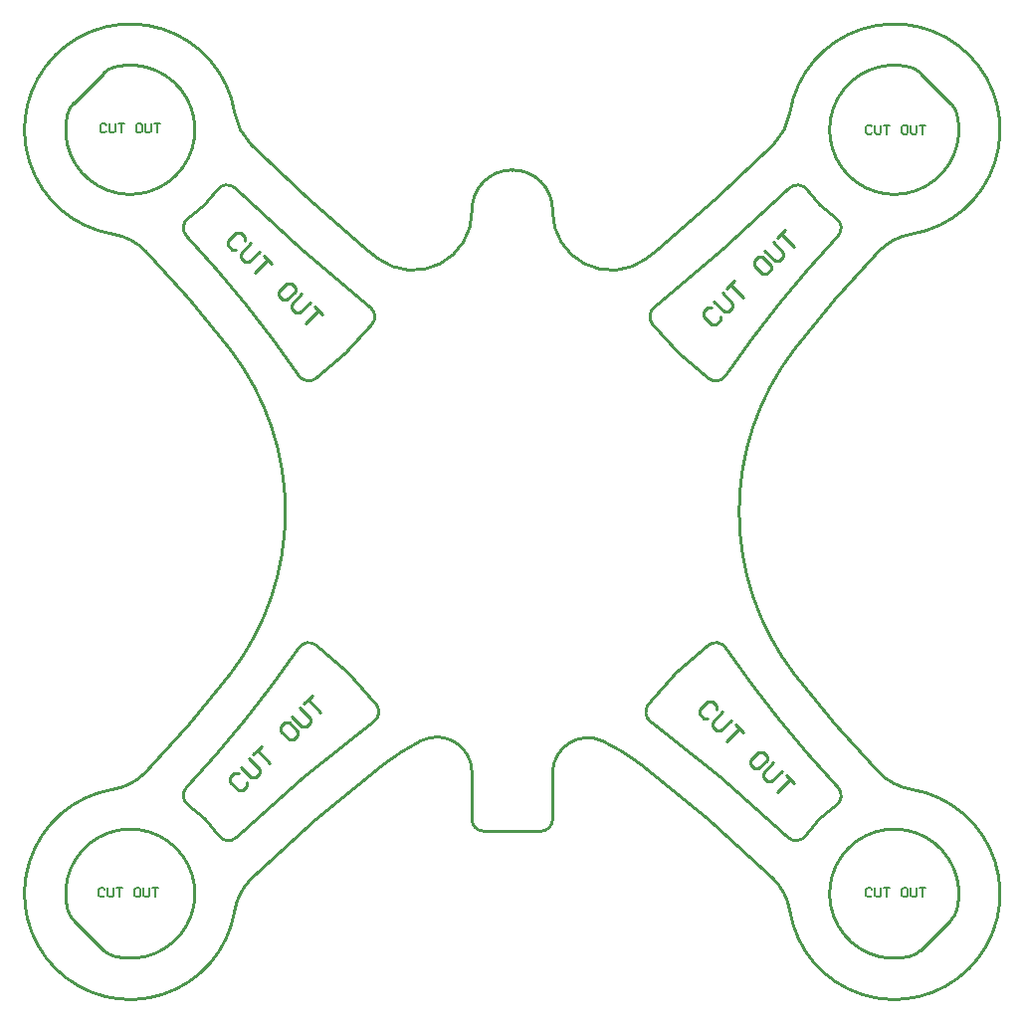
<source format=gko>
G04 Layer_Color=16711935*
%FSAX25Y25*%
%MOIN*%
G70*
G01*
G75*
%ADD53C,0.01000*%
%ADD96C,0.00800*%
D53*
X0356696Y0256748D02*
G03*
X0310667Y0217934I0307792J-0411709D01*
G01*
X0293890Y0234663D02*
G03*
X0331523Y0281429I-0294725J0275700D01*
G01*
X0357473Y0262389D02*
G03*
X0337210Y0282366I-0082425J-0063342D01*
G01*
X0495333Y0217934D02*
G03*
X0449304Y0256748I-0353821J-0372895D01*
G01*
X0468790Y0282366D02*
G03*
X0448527Y0262389I0062162J-0083318D01*
G01*
X0474476Y0281429D02*
G03*
X0512110Y0234663I0332359J0228934D01*
G01*
X0331523Y0372571D02*
G03*
X0293890Y0419337I-0332359J-0228934D01*
G01*
X0310232Y0435375D02*
G03*
X0355461Y0395429I0490888J0510218D01*
G01*
X0337210Y0371634D02*
G03*
X0356060Y0389814I-0062162J0083318D01*
G01*
X0359937Y0242396D02*
G03*
X0315719Y0204209I0304551J-0397356D01*
G01*
X0490281D02*
G03*
X0446063Y0242396I-0348770J-0359170D01*
G01*
X0497485Y0272614D02*
G03*
X0525757Y0239776I0309350J0237749D01*
G01*
Y0414224D02*
G03*
X0497485Y0381386I0281078J-0270587D01*
G01*
X0451769Y0414796D02*
G03*
X0490336Y0449823I-0446890J0530797D01*
G01*
X0315664D02*
G03*
X0354231Y0414796I0485457J0495770D01*
G01*
X0308515Y0381386D02*
G03*
X0280243Y0414224I-0309350J-0237749D01*
G01*
Y0239776D02*
G03*
X0308515Y0272614I-0281078J0270587D01*
G01*
X0450539Y0395429D02*
G03*
X0495768Y0435375I-0445660J0550164D01*
G01*
X0512110Y0419337D02*
G03*
X0474476Y0372571I0294725J-0275700D01*
G01*
X0449940Y0389814D02*
G03*
X0468790Y0371634I0081013J0065139D01*
G01*
X0536190Y0475963D02*
G03*
X0551963Y0460190I-0005237J-0021011D01*
G01*
D02*
G03*
X0549891Y0463854I-0007640J-0001905D01*
G01*
X0539853Y0473891D02*
G03*
X0536190Y0475963I-0005568J-0005568D01*
G01*
X0549891Y0190147D02*
G03*
X0551963Y0193810I-0005568J0005568D01*
G01*
D02*
G03*
X0536190Y0178037I-0021011J0005237D01*
G01*
D02*
G03*
X0539853Y0180109I-0001905J0007640D01*
G01*
X0450539Y0395429D02*
G03*
X0449940Y0389814I0002518J-0003108D01*
G01*
X0468790Y0371634D02*
G03*
X0474476Y0372571I0002392J0003206D01*
G01*
X0512110Y0419337D02*
G03*
X0511397Y0425405I-0002921J0002733D01*
G01*
X0501829Y0434771D02*
G03*
X0511397Y0425405I0029124J0020181D01*
G01*
X0501829Y0434771D02*
G03*
X0495768Y0435375I-0003288J-0002278D01*
G01*
X0269271Y0234006D02*
G03*
X0310009Y0193287I0005777J-0034959D01*
G01*
X0269271Y0234006D02*
G03*
X0280243Y0239776I-0003209J0019422D01*
G01*
X0308515Y0272614D02*
G03*
X0308515Y0381386I-0070765J0054386D01*
G01*
X0280243Y0414224D02*
G03*
X0269271Y0419994I-0014182J-0013652D01*
G01*
X0310012Y0460697D02*
G03*
X0269271Y0419994I-0034964J-0005744D01*
G01*
X0310012Y0460697D02*
G03*
X0315664Y0449823I0019425J0003191D01*
G01*
X0354231Y0414796D02*
G03*
X0358158Y0411706I0048769J0057926D01*
G01*
D02*
G03*
X0389500Y0427568I0011657J0015862D01*
G01*
X0402900Y0441488D02*
G03*
X0389500Y0428088I0000000J-0013400D01*
G01*
X0416500D02*
G03*
X0403100Y0441488I-0013400J0000000D01*
G01*
X0416500Y0427568D02*
G03*
X0447842Y0411706I0019685J0000000D01*
G01*
D02*
G03*
X0451769Y0414796I-0044842J0061017D01*
G01*
X0490336Y0449823D02*
G03*
X0495988Y0460697I-0013772J0014065D01*
G01*
X0536729Y0419994D02*
G03*
X0495988Y0460697I-0005777J0034959D01*
G01*
X0536729Y0419994D02*
G03*
X0525757Y0414224I0003209J-0019422D01*
G01*
X0497485Y0381386D02*
G03*
X0497485Y0272614I0070765J-0054386D01*
G01*
X0525757Y0239776D02*
G03*
X0536729Y0234006I0014182J0013652D01*
G01*
X0495991Y0193287D02*
G03*
X0536729Y0234006I0034962J0005760D01*
G01*
X0495991Y0193287D02*
G03*
X0490281Y0204209I-0019423J-0003200D01*
G01*
X0446063Y0242396D02*
G03*
X0433380Y0250150I-0043063J-0056185D01*
G01*
X0433380D02*
G03*
X0416500Y0239482I-0005069J-0010668D01*
G01*
X0412563Y0220000D02*
G03*
X0416500Y0223937I0000000J0003937D01*
G01*
X0389500D02*
G03*
X0393437Y0220000I0003937J0000000D01*
G01*
X0389500Y0239719D02*
G03*
X0372278Y0250217I-0011811J0000000D01*
G01*
D02*
G03*
X0359937Y0242396I0037650J-0073046D01*
G01*
X0315719Y0204209D02*
G03*
X0310009Y0193287I0013713J-0014122D01*
G01*
X0331523Y0372571D02*
G03*
X0337210Y0371634I0003294J0002269D01*
G01*
X0356060Y0389814D02*
G03*
X0355461Y0395429I-0003117J0002506D01*
G01*
X0310232Y0435375D02*
G03*
X0304171Y0434771I-0002773J-0002882D01*
G01*
X0294603Y0425405D02*
G03*
X0304171Y0434771I-0019556J0029548D01*
G01*
X0294603Y0425405D02*
G03*
X0293890Y0419337I0002208J-0003336D01*
G01*
X0511397Y0228595D02*
G03*
X0501420Y0218626I0019556J-0029548D01*
G01*
X0511397Y0228595D02*
G03*
X0512110Y0234663I-0002208J0003336D01*
G01*
X0474476Y0281429D02*
G03*
X0468790Y0282366I-0003294J-0002269D01*
G01*
X0448527Y0262389D02*
G03*
X0449304Y0256748I0003172J-0002437D01*
G01*
X0495333Y0217934D02*
G03*
X0501420Y0218626I0002753J0002902D01*
G01*
X0356696Y0256748D02*
G03*
X0357473Y0262389I-0002395J0003204D01*
G01*
X0337210Y0282366D02*
G03*
X0331523Y0281429I-0002392J-0003206D01*
G01*
X0293890Y0234663D02*
G03*
X0294603Y0228595I0002921J-0002733D01*
G01*
X0304580Y0218626D02*
G03*
X0294603Y0228595I-0029533J-0019579D01*
G01*
X0304580Y0218626D02*
G03*
X0310667Y0217934I0003334J0002210D01*
G01*
X0269810Y0178037D02*
G03*
X0254037Y0193810I0005237J0021011D01*
G01*
D02*
G03*
X0256109Y0190147I0007640J0001905D01*
G01*
X0266146Y0180109D02*
G03*
X0269810Y0178037I0005568J0005568D01*
G01*
X0256109Y0463854D02*
G03*
X0254037Y0460190I0005568J-0005568D01*
G01*
D02*
G03*
X0269810Y0475963I0021011J-0005237D01*
G01*
D02*
G03*
X0266146Y0473891I0001905J-0007640D01*
G01*
X0539853D02*
X0549891Y0463854D01*
X0539853Y0180109D02*
X0549891Y0190147D01*
X0389500Y0427568D02*
Y0428088D01*
X0402900Y0441488D02*
X0403100D01*
X0416500Y0427568D02*
Y0428088D01*
Y0223937D02*
Y0239482D01*
X0393437Y0220000D02*
X0412563D01*
X0389500Y0223937D02*
Y0239719D01*
X0256109Y0190147D02*
X0266146Y0180109D01*
X0256109Y0463854D02*
X0266146Y0473891D01*
X0469793Y0395362D02*
X0468379D01*
X0466966Y0393948D01*
Y0392534D01*
X0469793Y0389707D01*
X0471207D01*
X0472621Y0391121D01*
Y0392534D01*
X0470500Y0397482D02*
X0474034Y0393948D01*
X0475448D01*
X0476862Y0395362D01*
Y0396776D01*
X0473327Y0400310D01*
X0474741Y0401724D02*
X0477569Y0404551D01*
X0476155Y0403138D01*
X0480396Y0398896D01*
X0485344Y0412327D02*
X0483931Y0410913D01*
Y0409500D01*
X0486758Y0406672D01*
X0488172D01*
X0489586Y0408086D01*
Y0409500D01*
X0486758Y0412327D01*
X0485344D01*
X0487465Y0414448D02*
X0491000Y0410913D01*
X0492413D01*
X0493827Y0412327D01*
Y0413741D01*
X0490293Y0417275D01*
X0491706Y0418689D02*
X0494534Y0421516D01*
X0493120Y0420103D01*
X0497361Y0415861D01*
X0313362Y0417707D02*
Y0419121D01*
X0311948Y0420534D01*
X0310534D01*
X0307707Y0417707D01*
Y0416293D01*
X0309121Y0414879D01*
X0310534D01*
X0315482Y0417000D02*
X0311948Y0413466D01*
Y0412052D01*
X0313362Y0410638D01*
X0314776D01*
X0318310Y0414173D01*
X0319724Y0412759D02*
X0322551Y0409931D01*
X0321138Y0411345D01*
X0316896Y0407104D01*
X0330327Y0402156D02*
X0328913Y0403569D01*
X0327500D01*
X0324672Y0400742D01*
Y0399328D01*
X0326086Y0397914D01*
X0327500D01*
X0330327Y0400742D01*
Y0402156D01*
X0332448Y0400035D02*
X0328913Y0396500D01*
Y0395087D01*
X0330327Y0393673D01*
X0331741D01*
X0335275Y0397207D01*
X0336689Y0395794D02*
X0339516Y0392966D01*
X0338103Y0394380D01*
X0333861Y0390139D01*
X0471362Y0260707D02*
Y0262121D01*
X0469948Y0263534D01*
X0468534D01*
X0465707Y0260707D01*
Y0259293D01*
X0467121Y0257879D01*
X0468534D01*
X0473483Y0260000D02*
X0469948Y0256466D01*
Y0255052D01*
X0471362Y0253638D01*
X0472776D01*
X0476310Y0257172D01*
X0477724Y0255759D02*
X0480551Y0252931D01*
X0479138Y0254345D01*
X0474896Y0250104D01*
X0488327Y0245156D02*
X0486913Y0246569D01*
X0485499D01*
X0482672Y0243742D01*
Y0242328D01*
X0484086Y0240914D01*
X0485499D01*
X0488327Y0243742D01*
Y0245156D01*
X0490448Y0243035D02*
X0486913Y0239500D01*
Y0238087D01*
X0488327Y0236673D01*
X0489741D01*
X0493275Y0240207D01*
X0494689Y0238794D02*
X0497516Y0235966D01*
X0496103Y0237380D01*
X0491861Y0233139D01*
X0311293Y0239362D02*
X0309879D01*
X0308466Y0237948D01*
Y0236534D01*
X0311293Y0233707D01*
X0312707D01*
X0314121Y0235121D01*
Y0236534D01*
X0312000Y0241482D02*
X0315534Y0237948D01*
X0316948D01*
X0318362Y0239362D01*
Y0240776D01*
X0314827Y0244310D01*
X0316241Y0245724D02*
X0319069Y0248551D01*
X0317655Y0247138D01*
X0321896Y0242896D01*
X0326844Y0256327D02*
X0325431Y0254913D01*
Y0253500D01*
X0328258Y0250672D01*
X0329672D01*
X0331086Y0252086D01*
Y0253500D01*
X0328258Y0256327D01*
X0326844D01*
X0328965Y0258448D02*
X0332500Y0254913D01*
X0333913D01*
X0335327Y0256327D01*
Y0257741D01*
X0331793Y0261275D01*
X0333206Y0262689D02*
X0336034Y0265516D01*
X0334620Y0264103D01*
X0338861Y0259861D01*
D96*
X0266999Y0456499D02*
X0266499Y0456999D01*
X0265500D01*
X0265000Y0456499D01*
Y0454500D01*
X0265500Y0454000D01*
X0266499D01*
X0266999Y0454500D01*
X0267999Y0456999D02*
Y0454500D01*
X0268499Y0454000D01*
X0269498D01*
X0269998Y0454500D01*
Y0456999D01*
X0270998D02*
X0272997D01*
X0271998D01*
Y0454000D01*
X0278496Y0456999D02*
X0277496D01*
X0276996Y0456499D01*
Y0454500D01*
X0277496Y0454000D01*
X0278496D01*
X0278995Y0454500D01*
Y0456499D01*
X0278496Y0456999D01*
X0279995D02*
Y0454500D01*
X0280495Y0454000D01*
X0281495D01*
X0281995Y0454500D01*
Y0456999D01*
X0282994D02*
X0284994D01*
X0283994D01*
Y0454000D01*
X0523499Y0455999D02*
X0522999Y0456499D01*
X0522000D01*
X0521500Y0455999D01*
Y0454000D01*
X0522000Y0453500D01*
X0522999D01*
X0523499Y0454000D01*
X0524499Y0456499D02*
Y0454000D01*
X0524999Y0453500D01*
X0525998D01*
X0526498Y0454000D01*
Y0456499D01*
X0527498D02*
X0529497D01*
X0528498D01*
Y0453500D01*
X0534996Y0456499D02*
X0533996D01*
X0533496Y0455999D01*
Y0454000D01*
X0533996Y0453500D01*
X0534996D01*
X0535496Y0454000D01*
Y0455999D01*
X0534996Y0456499D01*
X0536495D02*
Y0454000D01*
X0536995Y0453500D01*
X0537995D01*
X0538494Y0454000D01*
Y0456499D01*
X0539494D02*
X0541494D01*
X0540494D01*
Y0453500D01*
X0523499Y0200499D02*
X0522999Y0200999D01*
X0522000D01*
X0521500Y0200499D01*
Y0198500D01*
X0522000Y0198000D01*
X0522999D01*
X0523499Y0198500D01*
X0524499Y0200999D02*
Y0198500D01*
X0524999Y0198000D01*
X0525998D01*
X0526498Y0198500D01*
Y0200999D01*
X0527498D02*
X0529497D01*
X0528498D01*
Y0198000D01*
X0534996Y0200999D02*
X0533996D01*
X0533496Y0200499D01*
Y0198500D01*
X0533996Y0198000D01*
X0534996D01*
X0535496Y0198500D01*
Y0200499D01*
X0534996Y0200999D01*
X0536495D02*
Y0198500D01*
X0536995Y0198000D01*
X0537995D01*
X0538494Y0198500D01*
Y0200999D01*
X0539494D02*
X0541494D01*
X0540494D01*
Y0198000D01*
X0266499Y0200499D02*
X0266000Y0200999D01*
X0265000D01*
X0264500Y0200499D01*
Y0198500D01*
X0265000Y0198000D01*
X0266000D01*
X0266499Y0198500D01*
X0267499Y0200999D02*
Y0198500D01*
X0267999Y0198000D01*
X0268999D01*
X0269498Y0198500D01*
Y0200999D01*
X0270498D02*
X0272497D01*
X0271498D01*
Y0198000D01*
X0277996Y0200999D02*
X0276996D01*
X0276496Y0200499D01*
Y0198500D01*
X0276996Y0198000D01*
X0277996D01*
X0278496Y0198500D01*
Y0200499D01*
X0277996Y0200999D01*
X0279495D02*
Y0198500D01*
X0279995Y0198000D01*
X0280995D01*
X0281494Y0198500D01*
Y0200999D01*
X0282494D02*
X0284493D01*
X0283494D01*
Y0198000D01*
M02*

</source>
